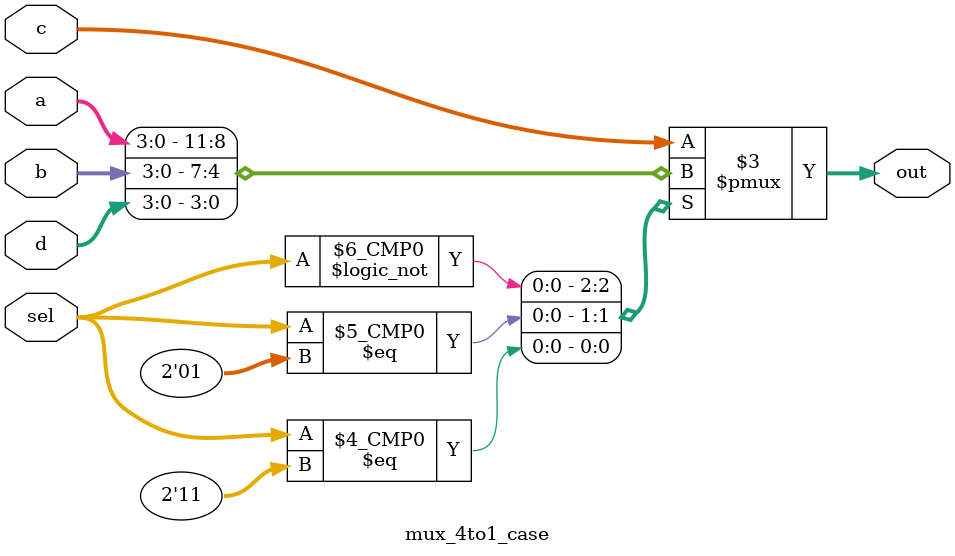
<source format=v>


module mux_4to1_case
(
  input [3:0] a,
  input [3:0] b,
  input [3:0] c,
  input [3:0] d,
  input [1:0] sel,
  output reg [3:0] out
);


  always @(a or b or c or d or sel) begin
    case(sel)
      2'h00: out <= a;
      2'h01: out <= b;
      2'h10: out <= c;
      'b11: out <= d;
      default: out <= c;
    endcase
  end


endmodule


</source>
